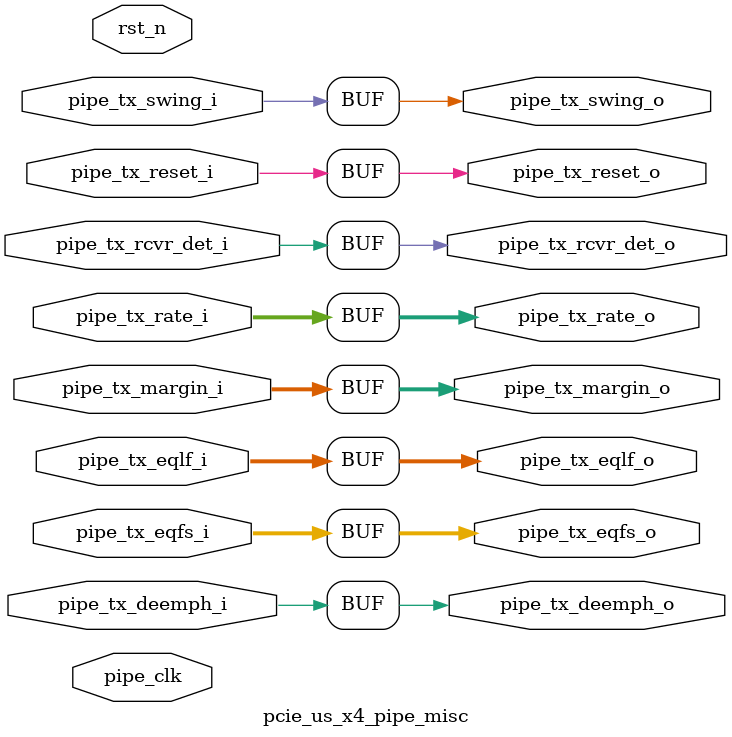
<source format=v>


`timescale 1ps/1ps

(* DowngradeIPIdentifiedWarnings = "yes" *)
module pcie_us_x4_pipe_misc 
 #(
  parameter TCQ = 100,
  parameter PIPE_PIPELINE_STAGES = 0
  ) (
  input  wire         pipe_tx_rcvr_det_i,
  input  wire         pipe_tx_reset_i,
  input  wire   [1:0] pipe_tx_rate_i,
  input  wire         pipe_tx_deemph_i,
  input  wire   [2:0] pipe_tx_margin_i,
  input  wire         pipe_tx_swing_i,
  input  wire   [5:0] pipe_tx_eqfs_i,
  input  wire   [5:0] pipe_tx_eqlf_i,
  output wire         pipe_tx_rcvr_det_o,
  output wire         pipe_tx_reset_o,
  output wire   [1:0] pipe_tx_rate_o,
  output wire         pipe_tx_deemph_o,
  output wire   [2:0] pipe_tx_margin_o,
  output wire         pipe_tx_swing_o,
  output wire   [5:0] pipe_tx_eqfs_o,
  output wire   [5:0] pipe_tx_eqlf_o,
  input  wire         pipe_clk,
  input  wire         rst_n
  );

  reg                 pipe_tx_rcvr_det_q;
  reg                 pipe_tx_reset_q;
  reg           [1:0] pipe_tx_rate_q;
  reg                 pipe_tx_deemph_q;
  reg           [2:0] pipe_tx_margin_q;
  reg                 pipe_tx_swing_q;
  reg           [5:0] pipe_tx_eqfs_q;
  reg           [5:0] pipe_tx_eqlf_q;
  reg                 pipe_tx_rcvr_det_qq;
  reg                 pipe_tx_reset_qq;
  reg           [1:0] pipe_tx_rate_qq;
  reg                 pipe_tx_deemph_qq;
  reg           [2:0] pipe_tx_margin_qq;
  reg                 pipe_tx_swing_qq;
  reg           [5:0] pipe_tx_eqfs_qq;
  reg           [5:0] pipe_tx_eqlf_qq;

  generate
    if (PIPE_PIPELINE_STAGES == 0)
    begin : pipe_stages_0
      assign pipe_tx_rcvr_det_o = pipe_tx_rcvr_det_i;
      assign pipe_tx_reset_o = pipe_tx_reset_i;
      assign pipe_tx_rate_o = pipe_tx_rate_i;
      assign pipe_tx_deemph_o = pipe_tx_deemph_i;
      assign pipe_tx_margin_o = pipe_tx_margin_i;
      assign pipe_tx_swing_o = pipe_tx_swing_i;
      assign pipe_tx_eqfs_o = pipe_tx_eqfs_i;
      assign pipe_tx_eqlf_o = pipe_tx_eqlf_i;
    end
    else if (PIPE_PIPELINE_STAGES == 1)
    begin : pipe_stages_1
      always @(posedge pipe_clk)
      begin
        if (!rst_n)
        begin
          pipe_tx_rcvr_det_q <= #TCQ 1'b0;
          pipe_tx_reset_q <= #TCQ 1'b1;
          pipe_tx_rate_q <= #TCQ 2'b0;
          pipe_tx_deemph_q <= #TCQ 1'b1;
          pipe_tx_margin_q <= #TCQ 3'b0;
          pipe_tx_swing_q <= #TCQ 1'b0;
          pipe_tx_eqfs_q <= #TCQ 5'b0;
          pipe_tx_eqlf_q <= #TCQ 5'b0;
        end
        else
        begin
          pipe_tx_rcvr_det_q <= #TCQ pipe_tx_rcvr_det_i;
          pipe_tx_reset_q <= #TCQ pipe_tx_reset_i;
          pipe_tx_rate_q <= #TCQ pipe_tx_rate_i;
          pipe_tx_deemph_q <= #TCQ pipe_tx_deemph_i;
          pipe_tx_margin_q <= #TCQ pipe_tx_margin_i;
          pipe_tx_swing_q <= #TCQ pipe_tx_swing_i;
          pipe_tx_eqfs_q <= #TCQ pipe_tx_eqfs_i;
          pipe_tx_eqlf_q <= #TCQ pipe_tx_eqlf_i;
        end
      end
      assign pipe_tx_rcvr_det_o = pipe_tx_rcvr_det_q;
      assign pipe_tx_reset_o = pipe_tx_reset_q;
      assign pipe_tx_rate_o = pipe_tx_rate_q;
      assign pipe_tx_deemph_o = pipe_tx_deemph_q;
      assign pipe_tx_margin_o = pipe_tx_margin_q;
      assign pipe_tx_swing_o = pipe_tx_swing_q;
      assign pipe_tx_eqfs_o = pipe_tx_eqfs_q;
      assign pipe_tx_eqlf_o = pipe_tx_eqlf_q;
    end
    else if (PIPE_PIPELINE_STAGES == 2)
    begin : pipe_stages_2
      always @(posedge pipe_clk)
      begin
        if (!rst_n)
        begin
          pipe_tx_rcvr_det_q <= #TCQ 1'b0;
          pipe_tx_reset_q <= #TCQ 1'b1;
          pipe_tx_rate_q <= #TCQ 2'b0;
          pipe_tx_deemph_q <= #TCQ 1'b1;
          pipe_tx_margin_q <= #TCQ 1'b0;
          pipe_tx_swing_q <= #TCQ 1'b0;
          pipe_tx_eqfs_q <= #TCQ 5'b0;
          pipe_tx_eqlf_q <= #TCQ 5'b0;
          pipe_tx_rcvr_det_qq <= #TCQ 1'b0;
          pipe_tx_reset_qq <= #TCQ 1'b1;
          pipe_tx_rate_qq <= #TCQ 2'b0;
          pipe_tx_deemph_qq <= #TCQ 1'b1;
          pipe_tx_margin_qq <= #TCQ 1'b0;
          pipe_tx_swing_qq <= #TCQ 1'b0;
          pipe_tx_eqfs_qq <= #TCQ 5'b0;
          pipe_tx_eqlf_qq <= #TCQ 5'b0;
        end
        else
        begin
          pipe_tx_rcvr_det_q <= #TCQ pipe_tx_rcvr_det_i;
          pipe_tx_reset_q <= #TCQ pipe_tx_reset_i;
          pipe_tx_rate_q <= #TCQ pipe_tx_rate_i;
          pipe_tx_deemph_q <= #TCQ pipe_tx_deemph_i;
          pipe_tx_margin_q <= #TCQ pipe_tx_margin_i;
          pipe_tx_swing_q <= #TCQ pipe_tx_swing_i;
          pipe_tx_eqfs_q <= #TCQ pipe_tx_eqfs_i;
          pipe_tx_eqlf_q <= #TCQ pipe_tx_eqlf_i;
          pipe_tx_rcvr_det_qq <= #TCQ pipe_tx_rcvr_det_q;
          pipe_tx_reset_qq <= #TCQ pipe_tx_reset_q;
          pipe_tx_rate_qq <= #TCQ pipe_tx_rate_q;
          pipe_tx_deemph_qq <= #TCQ pipe_tx_deemph_q;
          pipe_tx_margin_qq <= #TCQ pipe_tx_margin_q;
          pipe_tx_swing_qq <= #TCQ pipe_tx_swing_q;
          pipe_tx_eqfs_qq <= #TCQ pipe_tx_eqfs_q;
          pipe_tx_eqlf_qq <= #TCQ pipe_tx_eqlf_q;
        end
      end
      assign pipe_tx_rcvr_det_o = pipe_tx_rcvr_det_qq;
      assign pipe_tx_reset_o = pipe_tx_reset_qq;
      assign pipe_tx_rate_o = pipe_tx_rate_qq;
      assign pipe_tx_deemph_o = pipe_tx_deemph_qq;
      assign pipe_tx_margin_o = pipe_tx_margin_qq;
      assign pipe_tx_swing_o = pipe_tx_swing_qq;
      assign pipe_tx_eqfs_o = pipe_tx_eqfs_qq;
      assign pipe_tx_eqlf_o = pipe_tx_eqlf_qq;
    end
    else
    begin
      assign pipe_tx_rcvr_det_o = pipe_tx_rcvr_det_i;
      assign pipe_tx_reset_o = pipe_tx_reset_i;
      assign pipe_tx_rate_o = pipe_tx_rate_i;
      assign pipe_tx_deemph_o = pipe_tx_deemph_i;
      assign pipe_tx_margin_o = pipe_tx_margin_i;
      assign pipe_tx_swing_o = pipe_tx_swing_i;
      assign pipe_tx_eqfs_o = pipe_tx_eqfs_i;
      assign pipe_tx_eqlf_o = pipe_tx_eqlf_i;
    end
  endgenerate

endmodule

</source>
